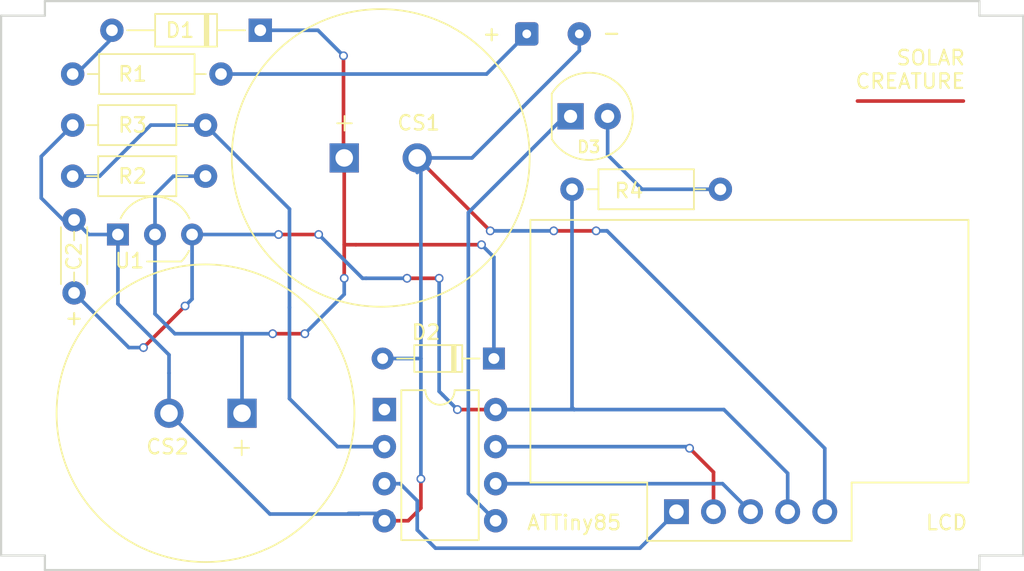
<source format=kicad_pcb>
(kicad_pcb (version 20171130) (host pcbnew "(5.1.9-0-10_14)")

  (general
    (thickness 1.6)
    (drawings 16)
    (tracks 144)
    (zones 0)
    (modules 14)
    (nets 13)
  )

  (page A4)
  (layers
    (0 F.Cu signal)
    (31 B.Cu signal)
    (32 B.Adhes user hide)
    (33 F.Adhes user hide)
    (34 B.Paste user hide)
    (35 F.Paste user hide)
    (36 B.SilkS user hide)
    (37 F.SilkS user)
    (38 B.Mask user hide)
    (39 F.Mask user hide)
    (40 Dwgs.User user hide)
    (41 Cmts.User user hide)
    (42 Eco1.User user hide)
    (43 Eco2.User user hide)
    (44 Edge.Cuts user)
    (45 Margin user hide)
    (46 B.CrtYd user hide)
    (47 F.CrtYd user hide)
    (48 B.Fab user hide)
    (49 F.Fab user hide)
  )

  (setup
    (last_trace_width 0.25)
    (user_trace_width 0.2)
    (user_trace_width 0.4)
    (user_trace_width 1)
    (trace_clearance 0.2)
    (zone_clearance 0.508)
    (zone_45_only no)
    (trace_min 0.2)
    (via_size 0.6)
    (via_drill 0.4)
    (via_min_size 0.4)
    (via_min_drill 0.3)
    (uvia_size 0.3)
    (uvia_drill 0.1)
    (uvias_allowed no)
    (uvia_min_size 0.2)
    (uvia_min_drill 0.1)
    (edge_width 0.15)
    (segment_width 0.2)
    (pcb_text_width 0.3)
    (pcb_text_size 1.5 1.5)
    (mod_edge_width 0.15)
    (mod_text_size 1 1)
    (mod_text_width 0.15)
    (pad_size 2 2)
    (pad_drill 1.2)
    (pad_to_mask_clearance 0.2)
    (aux_axis_origin 0 0)
    (visible_elements FFFFFF7F)
    (pcbplotparams
      (layerselection 0x010f0_ffffffff)
      (usegerberextensions true)
      (usegerberattributes false)
      (usegerberadvancedattributes false)
      (creategerberjobfile false)
      (excludeedgelayer true)
      (linewidth 0.100000)
      (plotframeref false)
      (viasonmask false)
      (mode 1)
      (useauxorigin false)
      (hpglpennumber 1)
      (hpglpenspeed 20)
      (hpglpendiameter 15.000000)
      (psnegative false)
      (psa4output false)
      (plotreference true)
      (plotvalue true)
      (plotinvisibletext false)
      (padsonsilk true)
      (subtractmaskfromsilk false)
      (outputformat 1)
      (mirror false)
      (drillshape 0)
      (scaleselection 1)
      (outputdirectory "../vB1-pcbway/"))
  )

  (net 0 "")
  (net 1 "Net-(C2-Pad2)")
  (net 2 "Net-(C2-Pad1)")
  (net 3 "Net-(CS1-Pad1)")
  (net 4 "Net-(D1-Pad2)")
  (net 5 "Net-(D3-Pad2)")
  (net 6 "Net-(D3-Pad1)")
  (net 7 "Net-(J1-Pad3)")
  (net 8 "Net-(LCD1-Pad3)")
  (net 9 "Net-(LCD1-Pad2)")
  (net 10 "Net-(LCD1-Pad1)")
  (net 11 "Net-(R1-Pad1)")
  (net 12 "Net-(R2-Pad2)")

  (net_class Default "This is the default net class."
    (clearance 0.2)
    (trace_width 0.25)
    (via_dia 0.6)
    (via_drill 0.4)
    (uvia_dia 0.3)
    (uvia_drill 0.1)
    (add_net "Net-(C2-Pad1)")
    (add_net "Net-(C2-Pad2)")
    (add_net "Net-(CS1-Pad1)")
    (add_net "Net-(D1-Pad2)")
    (add_net "Net-(D3-Pad1)")
    (add_net "Net-(D3-Pad2)")
    (add_net "Net-(J1-Pad3)")
    (add_net "Net-(LCD1-Pad1)")
    (add_net "Net-(LCD1-Pad2)")
    (add_net "Net-(LCD1-Pad3)")
    (add_net "Net-(R1-Pad1)")
    (add_net "Net-(R2-Pad2)")
  )

  (module Capacitor_THT:CP_Radial_D20.0mm_P5.00mm (layer F.Cu) (tedit 62F8C83C) (tstamp 62F819F2)
    (at 83.5 83.75)
    (descr "CP, Radial series, Radial, pin pitch=5.00mm, , diameter=10mm, Electrolytic Capacitor")
    (tags "CP Radial series Radial pin pitch 5.00mm  diameter 10mm Electrolytic Capacitor")
    (path /62A6F382)
    (fp_text reference CS1 (at 5.1 -2.4) (layer F.SilkS)
      (effects (font (size 1 1) (thickness 0.15)))
    )
    (fp_text value 1.5F (at 2.5 6.25) (layer F.Fab)
      (effects (font (size 1 1) (thickness 0.15)))
    )
    (fp_line (start 0.020354 -2.875) (end 0.020354 -1.875) (layer F.SilkS) (width 0.12))
    (fp_line (start -0.479646 -2.375) (end 0.520354 -2.375) (layer F.SilkS) (width 0.12))
    (fp_line (start -1.288861 -2.6875) (end -1.288861 -1.6875) (layer F.Fab) (width 0.1))
    (fp_line (start -1.788861 -2.1875) (end -0.788861 -2.1875) (layer F.Fab) (width 0.1))
    (fp_circle (center 2.5 0) (end 12.4 0) (layer F.CrtYd) (width 0.05))
    (fp_circle (center 2.5 0) (end 12.7 0) (layer F.SilkS) (width 0.12))
    (fp_circle (center 2.5 0) (end 7.5 0) (layer F.Fab) (width 0.1))
    (fp_text user %R (at 2.5 0) (layer F.Fab)
      (effects (font (size 1 1) (thickness 0.15)))
    )
    (pad 2 thru_hole circle (at 5 0) (size 2 2) (drill 1.2) (layers *.Cu *.Mask)
      (net 1 "Net-(C2-Pad2)"))
    (pad 1 thru_hole rect (at 0 0) (size 2 2) (drill 1.2) (layers *.Cu *.Mask)
      (net 3 "Net-(CS1-Pad1)"))
    (model ${KISYS3DMOD}/Capacitor_THT.3dshapes/CP_Radial_D10.0mm_P5.00mm.wrl
      (at (xyz 0 0 0))
      (scale (xyz 1 1 1))
      (rotate (xyz 0 0 0))
    )
  )

  (module Capacitor_THT:CP_Radial_D20.0mm_P5.00mm (layer F.Cu) (tedit 62F8C827) (tstamp 62F81A00)
    (at 76.5 101.25 180)
    (descr "CP, Radial series, Radial, pin pitch=5.00mm, , diameter=10mm, Electrolytic Capacitor")
    (tags "CP Radial series Radial pin pitch 5.00mm  diameter 10mm Electrolytic Capacitor")
    (path /62CA1818)
    (fp_text reference CS2 (at 5.1 -2.3) (layer F.SilkS)
      (effects (font (size 1 1) (thickness 0.15)))
    )
    (fp_text value 1.5F (at 2.5 6.25) (layer F.Fab)
      (effects (font (size 1 1) (thickness 0.15)))
    )
    (fp_circle (center 2.5 0) (end 7.5 0) (layer F.Fab) (width 0.1))
    (fp_circle (center 2.5 0) (end 12.7 0) (layer F.SilkS) (width 0.12))
    (fp_circle (center 2.5 0) (end 12.4 0) (layer F.CrtYd) (width 0.05))
    (fp_line (start -1.788861 -2.1875) (end -0.788861 -2.1875) (layer F.Fab) (width 0.1))
    (fp_line (start -1.288861 -2.6875) (end -1.288861 -1.6875) (layer F.Fab) (width 0.1))
    (fp_line (start -0.479646 -2.375) (end 0.520354 -2.375) (layer F.SilkS) (width 0.12))
    (fp_line (start 0.020354 -2.875) (end 0.020354 -1.875) (layer F.SilkS) (width 0.12))
    (fp_text user %R (at 2.5 0) (layer F.Fab)
      (effects (font (size 1 1) (thickness 0.15)))
    )
    (pad 1 thru_hole rect (at 0 0 180) (size 2 2) (drill 1.2) (layers *.Cu *.Mask)
      (net 3 "Net-(CS1-Pad1)"))
    (pad 2 thru_hole circle (at 5 0 180) (size 2 2) (drill 1.2) (layers *.Cu *.Mask)
      (net 1 "Net-(C2-Pad2)"))
    (model ${KISYS3DMOD}/Capacitor_THT.3dshapes/CP_Radial_D10.0mm_P5.00mm.wrl
      (at (xyz 0 0 0))
      (scale (xyz 1 1 1))
      (rotate (xyz 0 0 0))
    )
  )

  (module Capacitor_THT:C_Rect_L7.0mm_W2.0mm_P5.00mm (layer F.Cu) (tedit 62F8C7CC) (tstamp 62F819E4)
    (at 65 93 90)
    (descr "C, Rect series, Radial, pin pitch=5.00mm, , length*width=7*2mm^2, Capacitor")
    (tags "C Rect series Radial pin pitch 5.00mm  length 7mm width 2mm Capacitor")
    (path /62B08E4B)
    (fp_text reference C2 (at 2.5 0 90) (layer F.SilkS)
      (effects (font (size 1 1) (thickness 0.15)))
    )
    (fp_text value 1uF (at 2.5 2.25 90) (layer F.Fab)
      (effects (font (size 1 1) (thickness 0.15)))
    )
    (fp_line (start 0.8 0) (end 1.4 0) (layer F.SilkS) (width 0.12))
    (fp_line (start 3.6 0) (end 4.2 0) (layer F.SilkS) (width 0.12))
    (fp_line (start 0.6 0.9) (end 4.5 0.9) (layer F.SilkS) (width 0.12))
    (fp_line (start 0.6 -0.9) (end 4.5 -0.9) (layer F.SilkS) (width 0.12))
    (fp_line (start 6.25 -1.25) (end -1.25 -1.25) (layer F.CrtYd) (width 0.05))
    (fp_line (start 6.25 1.25) (end 6.25 -1.25) (layer F.CrtYd) (width 0.05))
    (fp_line (start -1.25 1.25) (end 6.25 1.25) (layer F.CrtYd) (width 0.05))
    (fp_line (start -1.25 -1.25) (end -1.25 1.25) (layer F.CrtYd) (width 0.05))
    (fp_line (start 6 -1) (end -1 -1) (layer F.Fab) (width 0.1))
    (fp_line (start 6 1) (end 6 -1) (layer F.Fab) (width 0.1))
    (fp_line (start -1 1) (end 6 1) (layer F.Fab) (width 0.1))
    (fp_line (start -1 -1) (end -1 1) (layer F.Fab) (width 0.1))
    (fp_text user %R (at 2.5 0 90) (layer F.Fab)
      (effects (font (size 1 1) (thickness 0.15)))
    )
    (pad 2 thru_hole circle (at 5 0 90) (size 1.6 1.6) (drill 0.8) (layers *.Cu *.Mask)
      (net 1 "Net-(C2-Pad2)"))
    (pad 1 thru_hole circle (at 0 0 90) (size 1.6 1.6) (drill 0.8) (layers *.Cu *.Mask)
      (net 2 "Net-(C2-Pad1)"))
    (model ${KISYS3DMOD}/Capacitor_THT.3dshapes/C_Rect_L7.0mm_W2.0mm_P5.00mm.wrl
      (at (xyz 0 0 0))
      (scale (xyz 1 1 1))
      (rotate (xyz 0 0 0))
    )
  )

  (module Package_TO_SOT_THT:TO-92_Inline_Wide (layer F.Cu) (tedit 62F8C73B) (tstamp 62F81B00)
    (at 68 89)
    (descr "TO-92 leads in-line, wide, drill 0.75mm (see NXP sot054_po.pdf)")
    (tags "to-92 sc-43 sc-43a sot54 PA33 transistor")
    (path /62AF9A6C)
    (fp_text reference U1 (at 0.8 1.8) (layer F.SilkS)
      (effects (font (size 1 1) (thickness 0.15)))
    )
    (fp_text value MCP1700-3302E (at 2.54 2.79) (layer F.Fab)
      (effects (font (size 1 1) (thickness 0.15)))
    )
    (fp_line (start 6.09 2.01) (end -1.01 2.01) (layer F.CrtYd) (width 0.05))
    (fp_line (start 6.09 2.01) (end 6.09 -2.73) (layer F.CrtYd) (width 0.05))
    (fp_line (start -1.01 -2.73) (end -1.01 2.01) (layer F.CrtYd) (width 0.05))
    (fp_line (start -1.01 -2.73) (end 6.09 -2.73) (layer F.CrtYd) (width 0.05))
    (fp_line (start 0.8 1.75) (end 4.3 1.75) (layer F.Fab) (width 0.1))
    (fp_line (start 2 1.85) (end 4.34 1.85) (layer F.SilkS) (width 0.12))
    (fp_arc (start 2.54 0) (end 4.34 1.85) (angle -20) (layer F.SilkS) (width 0.12))
    (fp_arc (start 2.54 0) (end 2.54 -2.48) (angle -135) (layer F.Fab) (width 0.1))
    (fp_arc (start 2.54 0) (end 2.54 -2.48) (angle 135) (layer F.Fab) (width 0.1))
    (fp_arc (start 2.54 0) (end 2.54 -2.6) (angle 65) (layer F.SilkS) (width 0.12))
    (fp_arc (start 2.54 0) (end 2.54 -2.6) (angle -65) (layer F.SilkS) (width 0.12))
    (fp_text user %R (at 2.54 0) (layer F.Fab)
      (effects (font (size 1 1) (thickness 0.15)))
    )
    (pad 1 thru_hole rect (at 0 0) (size 1.5 1.5) (drill 0.8) (layers *.Cu *.Mask)
      (net 1 "Net-(C2-Pad2)"))
    (pad 3 thru_hole circle (at 5.08 0) (size 1.5 1.5) (drill 0.8) (layers *.Cu *.Mask)
      (net 2 "Net-(C2-Pad1)"))
    (pad 2 thru_hole circle (at 2.54 0) (size 1.5 1.5) (drill 0.8) (layers *.Cu *.Mask)
      (net 3 "Net-(CS1-Pad1)"))
    (model ${KISYS3DMOD}/Package_TO_SOT_THT.3dshapes/TO-92_Inline_Wide.wrl
      (at (xyz 0 0 0))
      (scale (xyz 1 1 1))
      (rotate (xyz 0 0 0))
    )
  )

  (module LED_THT:LED_D5.0mm (layer F.Cu) (tedit 62F8C60B) (tstamp 62F81A50)
    (at 99 80.9)
    (descr "LED, diameter 5.0mm, 2 pins, http://cdn-reichelt.de/documents/datenblatt/A500/LL-504BC2E-009.pdf")
    (tags "LED diameter 5.0mm 2 pins")
    (path /62B14898)
    (fp_text reference D3 (at 1.25 2.1) (layer F.SilkS)
      (effects (font (size 0.8 0.8) (thickness 0.15)))
    )
    (fp_text value LED (at 1.27 3.96) (layer F.Fab)
      (effects (font (size 1 1) (thickness 0.15)))
    )
    (fp_line (start 4.5 -3.25) (end -1.95 -3.25) (layer F.CrtYd) (width 0.05))
    (fp_line (start 4.5 3.25) (end 4.5 -3.25) (layer F.CrtYd) (width 0.05))
    (fp_line (start -1.95 3.25) (end 4.5 3.25) (layer F.CrtYd) (width 0.05))
    (fp_line (start -1.95 -3.25) (end -1.95 3.25) (layer F.CrtYd) (width 0.05))
    (fp_line (start -1.29 -1.545) (end -1.29 1.545) (layer F.SilkS) (width 0.12))
    (fp_line (start -1.23 -1.469694) (end -1.23 1.469694) (layer F.Fab) (width 0.1))
    (fp_circle (center 1.27 0) (end 3.77 0) (layer F.Fab) (width 0.1))
    (fp_text user %R (at 1.25 0) (layer F.Fab)
      (effects (font (size 0.8 0.8) (thickness 0.2)))
    )
    (fp_arc (start 1.27 0) (end -1.29 1.54483) (angle -148.9) (layer F.SilkS) (width 0.12))
    (fp_arc (start 1.27 0) (end -1.29 -1.54483) (angle 148.9) (layer F.SilkS) (width 0.12))
    (fp_arc (start 1.27 0) (end -1.23 -1.469694) (angle 299.1) (layer F.Fab) (width 0.1))
    (pad 2 thru_hole circle (at 2.54 0) (size 1.8 1.8) (drill 0.9) (layers *.Cu *.Mask)
      (net 5 "Net-(D3-Pad2)"))
    (pad 1 thru_hole rect (at 0 0) (size 1.8 1.8) (drill 0.9) (layers *.Cu *.Mask)
      (net 6 "Net-(D3-Pad1)"))
    (model ${KISYS3DMOD}/LED_THT.3dshapes/LED_D5.0mm.wrl
      (at (xyz 0 0 0))
      (scale (xyz 1 1 1))
      (rotate (xyz 0 0 0))
    )
  )

  (module Display_7Segment:LCD_SPI (layer F.Cu) (tedit 62CC4A21) (tstamp 62F81A7F)
    (at 96.25 110 90)
    (descr "Through hole angled pin header, 1x05, 2.54mm pitch, 6mm pin length, single row")
    (tags "Through hole angled pin header THT 1x05 2.54mm single row")
    (path /62A78604)
    (fp_text reference LCD (at 1.25 28.5 180) (layer F.SilkS)
      (effects (font (size 1 1) (thickness 0.15)))
    )
    (fp_text value HT1621 (at 17.385 28.43 90) (layer F.Fab)
      (effects (font (size 1 1) (thickness 0.15)))
    )
    (fp_line (start 0 22) (end 0 8) (layer F.SilkS) (width 0.12))
    (fp_line (start 4 22) (end 0 22) (layer F.SilkS) (width 0.12))
    (fp_line (start 4 30) (end 4 22) (layer F.SilkS) (width 0.12))
    (fp_line (start 22 30) (end 4 30) (layer F.SilkS) (width 0.12))
    (fp_line (start 22 0) (end 22 30) (layer F.SilkS) (width 0.12))
    (fp_line (start 4 0) (end 22 0) (layer F.SilkS) (width 0.12))
    (fp_line (start 4 8) (end 4 0) (layer F.SilkS) (width 0.12))
    (fp_line (start 0 8) (end 4 8) (layer F.SilkS) (width 0.12))
    (fp_line (start 0 30) (end 0 0) (layer F.CrtYd) (width 0.12))
    (fp_line (start 22 30) (end 0 30) (layer F.CrtYd) (width 0.12))
    (fp_line (start 22 0) (end 22 30) (layer F.CrtYd) (width 0.12))
    (fp_line (start 0 0) (end 22 0) (layer F.CrtYd) (width 0.12))
    (fp_text user %R (at 20 14 180) (layer F.Fab)
      (effects (font (size 1 1) (thickness 0.15)))
    )
    (pad 5 thru_hole oval (at 2 20.16 90) (size 1.7 1.7) (drill 1) (layers *.Cu *.Mask)
      (net 1 "Net-(C2-Pad2)"))
    (pad 4 thru_hole oval (at 2 17.62 90) (size 1.7 1.7) (drill 1) (layers *.Cu *.Mask)
      (net 2 "Net-(C2-Pad1)"))
    (pad 3 thru_hole oval (at 2 15.08 90) (size 1.7 1.7) (drill 1) (layers *.Cu *.Mask)
      (net 8 "Net-(LCD1-Pad3)"))
    (pad 2 thru_hole oval (at 2 12.54 90) (size 1.7 1.7) (drill 1) (layers *.Cu *.Mask)
      (net 9 "Net-(LCD1-Pad2)"))
    (pad 1 thru_hole rect (at 2 10 90) (size 1.7 1.7) (drill 1) (layers *.Cu *.Mask)
      (net 10 "Net-(LCD1-Pad1)"))
    (model ${KISYS3DMOD}/Connector_PinHeader_2.54mm.3dshapes/PinHeader_1x05_P2.54mm_Horizontal.wrl
      (at (xyz 0 0 0))
      (scale (xyz 1 1 1))
      (rotate (xyz 0 0 0))
    )
  )

  (module Package_DIP:DIP-8_W7.62mm (layer F.Cu) (tedit 5A02E8C5) (tstamp 62F81B1C)
    (at 86.25 101)
    (descr "8-lead though-hole mounted DIP package, row spacing 7.62 mm (300 mils)")
    (tags "THT DIP DIL PDIP 2.54mm 7.62mm 300mil")
    (path /62A64AD0)
    (fp_text reference U3 (at 3.81 -2.33) (layer Cmts.User)
      (effects (font (size 1 1) (thickness 0.15)))
    )
    (fp_text value ATtiny85 (at 3.81 9.95) (layer F.Fab)
      (effects (font (size 1 1) (thickness 0.15)))
    )
    (fp_line (start 8.7 -1.55) (end -1.1 -1.55) (layer F.CrtYd) (width 0.05))
    (fp_line (start 8.7 9.15) (end 8.7 -1.55) (layer F.CrtYd) (width 0.05))
    (fp_line (start -1.1 9.15) (end 8.7 9.15) (layer F.CrtYd) (width 0.05))
    (fp_line (start -1.1 -1.55) (end -1.1 9.15) (layer F.CrtYd) (width 0.05))
    (fp_line (start 6.46 -1.33) (end 4.81 -1.33) (layer F.SilkS) (width 0.12))
    (fp_line (start 6.46 8.95) (end 6.46 -1.33) (layer F.SilkS) (width 0.12))
    (fp_line (start 1.16 8.95) (end 6.46 8.95) (layer F.SilkS) (width 0.12))
    (fp_line (start 1.16 -1.33) (end 1.16 8.95) (layer F.SilkS) (width 0.12))
    (fp_line (start 2.81 -1.33) (end 1.16 -1.33) (layer F.SilkS) (width 0.12))
    (fp_line (start 0.635 -0.27) (end 1.635 -1.27) (layer F.Fab) (width 0.1))
    (fp_line (start 0.635 8.89) (end 0.635 -0.27) (layer F.Fab) (width 0.1))
    (fp_line (start 6.985 8.89) (end 0.635 8.89) (layer F.Fab) (width 0.1))
    (fp_line (start 6.985 -1.27) (end 6.985 8.89) (layer F.Fab) (width 0.1))
    (fp_line (start 1.635 -1.27) (end 6.985 -1.27) (layer F.Fab) (width 0.1))
    (fp_text user %R (at 3.81 3.81) (layer F.Fab)
      (effects (font (size 1 1) (thickness 0.15)))
    )
    (fp_arc (start 3.81 -1.33) (end 2.81 -1.33) (angle -180) (layer F.SilkS) (width 0.12))
    (pad 8 thru_hole oval (at 7.62 0) (size 1.6 1.6) (drill 0.8) (layers *.Cu *.Mask)
      (net 2 "Net-(C2-Pad1)"))
    (pad 4 thru_hole oval (at 0 7.62) (size 1.6 1.6) (drill 0.8) (layers *.Cu *.Mask)
      (net 1 "Net-(C2-Pad2)"))
    (pad 7 thru_hole oval (at 7.62 2.54) (size 1.6 1.6) (drill 0.8) (layers *.Cu *.Mask)
      (net 9 "Net-(LCD1-Pad2)"))
    (pad 3 thru_hole oval (at 0 5.08) (size 1.6 1.6) (drill 0.8) (layers *.Cu *.Mask)
      (net 10 "Net-(LCD1-Pad1)"))
    (pad 6 thru_hole oval (at 7.62 5.08) (size 1.6 1.6) (drill 0.8) (layers *.Cu *.Mask)
      (net 8 "Net-(LCD1-Pad3)"))
    (pad 2 thru_hole oval (at 0 2.54) (size 1.6 1.6) (drill 0.8) (layers *.Cu *.Mask)
      (net 12 "Net-(R2-Pad2)"))
    (pad 5 thru_hole oval (at 7.62 7.62) (size 1.6 1.6) (drill 0.8) (layers *.Cu *.Mask)
      (net 6 "Net-(D3-Pad1)"))
    (pad 1 thru_hole rect (at 0 0) (size 1.6 1.6) (drill 0.8) (layers *.Cu *.Mask)
      (net 7 "Net-(J1-Pad3)"))
    (model ${KISYS3DMOD}/Package_DIP.3dshapes/DIP-8_W7.62mm.wrl
      (at (xyz 0 0 0))
      (scale (xyz 1 1 1))
      (rotate (xyz 0 0 0))
    )
  )

  (module Resistor_THT:R_Axial_DIN0207_L6.3mm_D2.5mm_P10.16mm_Horizontal (layer F.Cu) (tedit 62F8098A) (tstamp 62F81AC4)
    (at 75 81.5 180)
    (descr "Resistor, Axial_DIN0207 series, Axial, Horizontal, pin pitch=10.16mm, 0.25W = 1/4W, length*diameter=6.3*2.5mm^2, http://cdn-reichelt.de/documents/datenblatt/B400/1_4W%23YAG.pdf")
    (tags "Resistor Axial_DIN0207 series Axial Horizontal pin pitch 10.16mm 0.25W = 1/4W length 6.3mm diameter 2.5mm")
    (path /62B0C047)
    (fp_text reference R3 (at 6 0 180) (layer F.SilkS)
      (effects (font (size 1 1) (thickness 0.15)))
    )
    (fp_text value 100k (at 5.08 2.37 180) (layer F.Fab)
      (effects (font (size 1 1) (thickness 0.15)))
    )
    (fp_line (start 9.12 0) (end 8.35 0) (layer F.SilkS) (width 0.12))
    (fp_line (start 2.23 0) (end 3 0) (layer F.SilkS) (width 0.12))
    (fp_line (start 8.35 -1.37) (end 3 -1.37) (layer F.SilkS) (width 0.12))
    (fp_line (start 8.35 1.37) (end 8.35 -1.37) (layer F.SilkS) (width 0.12))
    (fp_line (start 3 1.37) (end 8.35 1.37) (layer F.SilkS) (width 0.12))
    (fp_line (start 3 -1.37) (end 3 1.37) (layer F.SilkS) (width 0.12))
    (fp_line (start 10.16 0) (end 8.23 0) (layer F.Fab) (width 0.1))
    (fp_line (start 1.5 0) (end 3 0) (layer F.Fab) (width 0.1))
    (fp_line (start 8.23 -1.25) (end 3 -1.25) (layer F.Fab) (width 0.1))
    (fp_line (start 8.23 1.25) (end 8.23 -1.25) (layer F.Fab) (width 0.1))
    (fp_line (start 3 1.25) (end 8.23 1.25) (layer F.Fab) (width 0.1))
    (fp_line (start 3 -1.25) (end 3 1.25) (layer F.Fab) (width 0.1))
    (fp_text user %R (at 5.08 0 180) (layer F.Fab)
      (effects (font (size 1 1) (thickness 0.15)))
    )
    (pad 2 thru_hole oval (at 10.1 0 180) (size 1.6 1.6) (drill 0.8) (layers *.Cu *.Mask)
      (net 1 "Net-(C2-Pad2)"))
    (pad 1 thru_hole circle (at 1 0 180) (size 1.6 1.6) (drill 0.8) (layers *.Cu *.Mask)
      (net 12 "Net-(R2-Pad2)"))
    (model ${KISYS3DMOD}/Resistor_THT.3dshapes/R_Axial_DIN0207_L6.3mm_D2.5mm_P10.16mm_Horizontal.wrl
      (at (xyz 0 0 0))
      (scale (xyz 1 1 1))
      (rotate (xyz 0 0 0))
    )
  )

  (module Resistor_THT:R_Axial_DIN0207_L6.3mm_D2.5mm_P10.16mm_Horizontal (layer F.Cu) (tedit 62F80942) (tstamp 62F81AAD)
    (at 75 85 180)
    (descr "Resistor, Axial_DIN0207 series, Axial, Horizontal, pin pitch=10.16mm, 0.25W = 1/4W, length*diameter=6.3*2.5mm^2, http://cdn-reichelt.de/documents/datenblatt/B400/1_4W%23YAG.pdf")
    (tags "Resistor Axial_DIN0207 series Axial Horizontal pin pitch 10.16mm 0.25W = 1/4W length 6.3mm diameter 2.5mm")
    (path /62B0AC42)
    (fp_text reference R2 (at 6 0 180) (layer F.SilkS)
      (effects (font (size 1 1) (thickness 0.15)))
    )
    (fp_text value 1M (at 5.08 2.37 180) (layer F.Fab)
      (effects (font (size 1 1) (thickness 0.15)))
    )
    (fp_line (start 9.12 0) (end 8.35 0) (layer F.SilkS) (width 0.12))
    (fp_line (start 2.23 0) (end 3 0) (layer F.SilkS) (width 0.12))
    (fp_line (start 8.35 -1.37) (end 3 -1.37) (layer F.SilkS) (width 0.12))
    (fp_line (start 8.35 1.37) (end 8.35 -1.37) (layer F.SilkS) (width 0.12))
    (fp_line (start 3 1.37) (end 8.35 1.37) (layer F.SilkS) (width 0.12))
    (fp_line (start 3 -1.37) (end 3 1.37) (layer F.SilkS) (width 0.12))
    (fp_line (start 10.16 0) (end 8.23 0) (layer F.Fab) (width 0.1))
    (fp_line (start 1 0) (end 2.93 0) (layer F.Fab) (width 0.1))
    (fp_line (start 8.23 -1.25) (end 3 -1.25) (layer F.Fab) (width 0.1))
    (fp_line (start 8.23 1.25) (end 8.23 -1.25) (layer F.Fab) (width 0.1))
    (fp_line (start 3 1.25) (end 8.23 1.25) (layer F.Fab) (width 0.1))
    (fp_line (start 3 -1.25) (end 3 1.25) (layer F.Fab) (width 0.1))
    (fp_text user %R (at 5.08 0 180) (layer F.Fab)
      (effects (font (size 1 1) (thickness 0.15)))
    )
    (pad 2 thru_hole oval (at 10.1 0 180) (size 1.6 1.6) (drill 0.8) (layers *.Cu *.Mask)
      (net 12 "Net-(R2-Pad2)"))
    (pad 1 thru_hole circle (at 1 0 180) (size 1.6 1.6) (drill 0.8) (layers *.Cu *.Mask)
      (net 3 "Net-(CS1-Pad1)"))
    (model ${KISYS3DMOD}/Resistor_THT.3dshapes/R_Axial_DIN0207_L6.3mm_D2.5mm_P10.16mm_Horizontal.wrl
      (at (xyz 0 0 0))
      (scale (xyz 1 1 1))
      (rotate (xyz 0 0 0))
    )
  )

  (module Connector_Wire:SolderWire-0.1sqmm_1x02_P3.6mm_D0.4mm_OD1mm (layer F.Cu) (tedit 5EB70B42) (tstamp 62F81AEC)
    (at 96 75.25)
    (descr "Soldered wire connection, for 2 times 0.1 mm² wires, basic insulation, conductor diameter 0.4mm, outer diameter 1mm, size source Multi-Contact FLEXI-E 0.1 (https://ec.staubli.com/AcroFiles/Catalogues/TM_Cab-Main-11014119_(en)_hi.pdf), bend radius 3 times outer diameter, generated with kicad-footprint-generator")
    (tags "connector wire 0.1sqmm")
    (path /62A667FF)
    (attr virtual)
    (fp_text reference SC1 (at 1.8 -2) (layer Cmts.User)
      (effects (font (size 1 1) (thickness 0.15)))
    )
    (fp_text value Solar_Cell (at 1.8 2) (layer F.Fab)
      (effects (font (size 1 1) (thickness 0.15)))
    )
    (fp_line (start 4.9 -1.3) (end 2.3 -1.3) (layer F.CrtYd) (width 0.05))
    (fp_line (start 4.9 1.3) (end 4.9 -1.3) (layer F.CrtYd) (width 0.05))
    (fp_line (start 2.3 1.3) (end 4.9 1.3) (layer F.CrtYd) (width 0.05))
    (fp_line (start 2.3 -1.3) (end 2.3 1.3) (layer F.CrtYd) (width 0.05))
    (fp_line (start 1.3 -1.3) (end -1.3 -1.3) (layer F.CrtYd) (width 0.05))
    (fp_line (start 1.3 1.3) (end 1.3 -1.3) (layer F.CrtYd) (width 0.05))
    (fp_line (start -1.3 1.3) (end 1.3 1.3) (layer F.CrtYd) (width 0.05))
    (fp_line (start -1.3 -1.3) (end -1.3 1.3) (layer F.CrtYd) (width 0.05))
    (fp_circle (center 3.6 0) (end 4.1 0) (layer F.Fab) (width 0.1))
    (fp_circle (center 0 0) (end 0.5 0) (layer F.Fab) (width 0.1))
    (fp_text user %R (at 1.8 0 90) (layer F.Fab)
      (effects (font (size 0.65 0.65) (thickness 0.1)))
    )
    (pad 2 thru_hole circle (at 3.6 0) (size 1.6 1.6) (drill 0.6) (layers *.Cu *.Mask)
      (net 1 "Net-(C2-Pad2)"))
    (pad 1 thru_hole roundrect (at 0 0) (size 1.6 1.6) (drill 0.6) (layers *.Cu *.Mask) (roundrect_rratio 0.15625)
      (net 11 "Net-(R1-Pad1)"))
    (model ${KISYS3DMOD}/Connector_Wire.3dshapes/SolderWire-0.1sqmm_1x02_P3.6mm_D0.4mm_OD1mm.wrl
      (at (xyz 0 0 0))
      (scale (xyz 1 1 1))
      (rotate (xyz 0 0 0))
    )
  )

  (module Resistor_THT:R_Axial_DIN0207_L6.3mm_D2.5mm_P10.16mm_Horizontal (layer F.Cu) (tedit 5AE5139B) (tstamp 62F81ADB)
    (at 99.1 85.9)
    (descr "Resistor, Axial_DIN0207 series, Axial, Horizontal, pin pitch=10.16mm, 0.25W = 1/4W, length*diameter=6.3*2.5mm^2, http://cdn-reichelt.de/documents/datenblatt/B400/1_4W%23YAG.pdf")
    (tags "Resistor Axial_DIN0207 series Axial Horizontal pin pitch 10.16mm 0.25W = 1/4W length 6.3mm diameter 2.5mm")
    (path /62B13E26)
    (fp_text reference R4 (at 3.9 0.1) (layer F.SilkS)
      (effects (font (size 1 1) (thickness 0.15)))
    )
    (fp_text value 330 (at 5.08 2.37) (layer F.Fab)
      (effects (font (size 1 1) (thickness 0.15)))
    )
    (fp_line (start 11.21 -1.5) (end -1.05 -1.5) (layer F.CrtYd) (width 0.05))
    (fp_line (start 11.21 1.5) (end 11.21 -1.5) (layer F.CrtYd) (width 0.05))
    (fp_line (start -1.05 1.5) (end 11.21 1.5) (layer F.CrtYd) (width 0.05))
    (fp_line (start -1.05 -1.5) (end -1.05 1.5) (layer F.CrtYd) (width 0.05))
    (fp_line (start 9.12 0) (end 8.35 0) (layer F.SilkS) (width 0.12))
    (fp_line (start 1.04 0) (end 1.81 0) (layer F.SilkS) (width 0.12))
    (fp_line (start 8.35 -1.37) (end 1.81 -1.37) (layer F.SilkS) (width 0.12))
    (fp_line (start 8.35 1.37) (end 8.35 -1.37) (layer F.SilkS) (width 0.12))
    (fp_line (start 1.81 1.37) (end 8.35 1.37) (layer F.SilkS) (width 0.12))
    (fp_line (start 1.81 -1.37) (end 1.81 1.37) (layer F.SilkS) (width 0.12))
    (fp_line (start 10.16 0) (end 8.23 0) (layer F.Fab) (width 0.1))
    (fp_line (start 0 0) (end 1.93 0) (layer F.Fab) (width 0.1))
    (fp_line (start 8.23 -1.25) (end 1.93 -1.25) (layer F.Fab) (width 0.1))
    (fp_line (start 8.23 1.25) (end 8.23 -1.25) (layer F.Fab) (width 0.1))
    (fp_line (start 1.93 1.25) (end 8.23 1.25) (layer F.Fab) (width 0.1))
    (fp_line (start 1.93 -1.25) (end 1.93 1.25) (layer F.Fab) (width 0.1))
    (fp_text user %R (at 5.08 0) (layer F.Fab)
      (effects (font (size 1 1) (thickness 0.15)))
    )
    (pad 2 thru_hole oval (at 10.16 0) (size 1.6 1.6) (drill 0.8) (layers *.Cu *.Mask)
      (net 5 "Net-(D3-Pad2)"))
    (pad 1 thru_hole circle (at 0 0) (size 1.6 1.6) (drill 0.8) (layers *.Cu *.Mask)
      (net 2 "Net-(C2-Pad1)"))
    (model ${KISYS3DMOD}/Resistor_THT.3dshapes/R_Axial_DIN0207_L6.3mm_D2.5mm_P10.16mm_Horizontal.wrl
      (at (xyz 0 0 0))
      (scale (xyz 1 1 1))
      (rotate (xyz 0 0 0))
    )
  )

  (module Resistor_THT:R_Axial_DIN0207_L6.3mm_D2.5mm_P10.16mm_Horizontal (layer F.Cu) (tedit 5AE5139B) (tstamp 62F81A96)
    (at 75.06 78 180)
    (descr "Resistor, Axial_DIN0207 series, Axial, Horizontal, pin pitch=10.16mm, 0.25W = 1/4W, length*diameter=6.3*2.5mm^2, http://cdn-reichelt.de/documents/datenblatt/B400/1_4W%23YAG.pdf")
    (tags "Resistor Axial_DIN0207 series Axial Horizontal pin pitch 10.16mm 0.25W = 1/4W length 6.3mm diameter 2.5mm")
    (path /62C59C10)
    (fp_text reference R1 (at 6.06 0) (layer F.SilkS)
      (effects (font (size 1 1) (thickness 0.15)))
    )
    (fp_text value 59 (at 5.08 2.37) (layer F.Fab)
      (effects (font (size 1 1) (thickness 0.15)))
    )
    (fp_line (start 11.21 -1.5) (end -1.05 -1.5) (layer F.CrtYd) (width 0.05))
    (fp_line (start 11.21 1.5) (end 11.21 -1.5) (layer F.CrtYd) (width 0.05))
    (fp_line (start -1.05 1.5) (end 11.21 1.5) (layer F.CrtYd) (width 0.05))
    (fp_line (start -1.05 -1.5) (end -1.05 1.5) (layer F.CrtYd) (width 0.05))
    (fp_line (start 9.12 0) (end 8.35 0) (layer F.SilkS) (width 0.12))
    (fp_line (start 1.04 0) (end 1.81 0) (layer F.SilkS) (width 0.12))
    (fp_line (start 8.35 -1.37) (end 1.81 -1.37) (layer F.SilkS) (width 0.12))
    (fp_line (start 8.35 1.37) (end 8.35 -1.37) (layer F.SilkS) (width 0.12))
    (fp_line (start 1.81 1.37) (end 8.35 1.37) (layer F.SilkS) (width 0.12))
    (fp_line (start 1.81 -1.37) (end 1.81 1.37) (layer F.SilkS) (width 0.12))
    (fp_line (start 10.16 0) (end 8.23 0) (layer F.Fab) (width 0.1))
    (fp_line (start 0 0) (end 1.93 0) (layer F.Fab) (width 0.1))
    (fp_line (start 8.23 -1.25) (end 1.93 -1.25) (layer F.Fab) (width 0.1))
    (fp_line (start 8.23 1.25) (end 8.23 -1.25) (layer F.Fab) (width 0.1))
    (fp_line (start 1.93 1.25) (end 8.23 1.25) (layer F.Fab) (width 0.1))
    (fp_line (start 1.93 -1.25) (end 1.93 1.25) (layer F.Fab) (width 0.1))
    (fp_text user %R (at 5.08 0) (layer F.Fab)
      (effects (font (size 1 1) (thickness 0.15)))
    )
    (pad 2 thru_hole oval (at 10.16 0 180) (size 1.6 1.6) (drill 0.8) (layers *.Cu *.Mask)
      (net 4 "Net-(D1-Pad2)"))
    (pad 1 thru_hole circle (at 0 0 180) (size 1.6 1.6) (drill 0.8) (layers *.Cu *.Mask)
      (net 11 "Net-(R1-Pad1)"))
    (model ${KISYS3DMOD}/Resistor_THT.3dshapes/R_Axial_DIN0207_L6.3mm_D2.5mm_P10.16mm_Horizontal.wrl
      (at (xyz 0 0 0))
      (scale (xyz 1 1 1))
      (rotate (xyz 0 0 0))
    )
  )

  (module Diode_THT:D_DO-34_SOD68_P7.62mm_Horizontal (layer F.Cu) (tedit 5AE50CD5) (tstamp 62F81A3E)
    (at 93.75 97.5 180)
    (descr "Diode, DO-34_SOD68 series, Axial, Horizontal, pin pitch=7.62mm, , length*diameter=3.04*1.6mm^2, , https://www.nxp.com/docs/en/data-sheet/KTY83_SER.pdf")
    (tags "Diode DO-34_SOD68 series Axial Horizontal pin pitch 7.62mm  length 3.04mm diameter 1.6mm")
    (path /62A6BF92)
    (fp_text reference D2 (at 4.65 1.8) (layer F.SilkS)
      (effects (font (size 1 1) (thickness 0.15)))
    )
    (fp_text value Zener (at 3.81 1.92) (layer F.Fab)
      (effects (font (size 1 1) (thickness 0.15)))
    )
    (fp_line (start 8.63 -1.05) (end -1 -1.05) (layer F.CrtYd) (width 0.05))
    (fp_line (start 8.63 1.05) (end 8.63 -1.05) (layer F.CrtYd) (width 0.05))
    (fp_line (start -1 1.05) (end 8.63 1.05) (layer F.CrtYd) (width 0.05))
    (fp_line (start -1 -1.05) (end -1 1.05) (layer F.CrtYd) (width 0.05))
    (fp_line (start 2.626 -0.92) (end 2.626 0.92) (layer F.SilkS) (width 0.12))
    (fp_line (start 2.866 -0.92) (end 2.866 0.92) (layer F.SilkS) (width 0.12))
    (fp_line (start 2.746 -0.92) (end 2.746 0.92) (layer F.SilkS) (width 0.12))
    (fp_line (start 6.63 0) (end 5.45 0) (layer F.SilkS) (width 0.12))
    (fp_line (start 0.99 0) (end 2.17 0) (layer F.SilkS) (width 0.12))
    (fp_line (start 5.45 -0.92) (end 2.17 -0.92) (layer F.SilkS) (width 0.12))
    (fp_line (start 5.45 0.92) (end 5.45 -0.92) (layer F.SilkS) (width 0.12))
    (fp_line (start 2.17 0.92) (end 5.45 0.92) (layer F.SilkS) (width 0.12))
    (fp_line (start 2.17 -0.92) (end 2.17 0.92) (layer F.SilkS) (width 0.12))
    (fp_line (start 2.646 -0.8) (end 2.646 0.8) (layer F.Fab) (width 0.1))
    (fp_line (start 2.846 -0.8) (end 2.846 0.8) (layer F.Fab) (width 0.1))
    (fp_line (start 2.746 -0.8) (end 2.746 0.8) (layer F.Fab) (width 0.1))
    (fp_line (start 7.62 0) (end 5.33 0) (layer F.Fab) (width 0.1))
    (fp_line (start 0 0) (end 2.29 0) (layer F.Fab) (width 0.1))
    (fp_line (start 5.33 -0.8) (end 2.29 -0.8) (layer F.Fab) (width 0.1))
    (fp_line (start 5.33 0.8) (end 5.33 -0.8) (layer F.Fab) (width 0.1))
    (fp_line (start 2.29 0.8) (end 5.33 0.8) (layer F.Fab) (width 0.1))
    (fp_line (start 2.29 -0.8) (end 2.29 0.8) (layer F.Fab) (width 0.1))
    (fp_text user ATTiny85 (at -5.5 -11.25) (layer F.SilkS)
      (effects (font (size 1 1) (thickness 0.15)))
    )
    (fp_text user K (at 0 -1.75) (layer F.Fab)
      (effects (font (size 1 1) (thickness 0.15)))
    )
    (fp_text user %R (at 4.038 0) (layer F.Fab)
      (effects (font (size 0.608 0.608) (thickness 0.0912)))
    )
    (pad 2 thru_hole oval (at 7.62 0 180) (size 1.5 1.5) (drill 0.75) (layers *.Cu *.Mask)
      (net 1 "Net-(C2-Pad2)"))
    (pad 1 thru_hole rect (at 0 0 180) (size 1.5 1.5) (drill 0.75) (layers *.Cu *.Mask)
      (net 3 "Net-(CS1-Pad1)"))
    (model ${KISYS3DMOD}/Diode_THT.3dshapes/D_DO-34_SOD68_P7.62mm_Horizontal.wrl
      (at (xyz 0 0 0))
      (scale (xyz 1 1 1))
      (rotate (xyz 0 0 0))
    )
  )

  (module Diode_THT:D_DO-35_SOD27_P10.16mm_Horizontal (layer F.Cu) (tedit 5AE50CD5) (tstamp 62F81A1F)
    (at 77.75 75 180)
    (descr "Diode, DO-35_SOD27 series, Axial, Horizontal, pin pitch=10.16mm, , length*diameter=4*2mm^2, , http://www.diodes.com/_files/packages/DO-35.pdf")
    (tags "Diode DO-35_SOD27 series Axial Horizontal pin pitch 10.16mm  length 4mm diameter 2mm")
    (path /62A696C5)
    (fp_text reference D1 (at 5.5 0) (layer F.SilkS)
      (effects (font (size 1 1) (thickness 0.15)))
    )
    (fp_text value 1N60 (at 5.08 2.12) (layer F.Fab)
      (effects (font (size 1 1) (thickness 0.15)))
    )
    (fp_line (start 11.21 -1.25) (end -1.05 -1.25) (layer F.CrtYd) (width 0.05))
    (fp_line (start 11.21 1.25) (end 11.21 -1.25) (layer F.CrtYd) (width 0.05))
    (fp_line (start -1.05 1.25) (end 11.21 1.25) (layer F.CrtYd) (width 0.05))
    (fp_line (start -1.05 -1.25) (end -1.05 1.25) (layer F.CrtYd) (width 0.05))
    (fp_line (start 3.56 -1.12) (end 3.56 1.12) (layer F.SilkS) (width 0.12))
    (fp_line (start 3.8 -1.12) (end 3.8 1.12) (layer F.SilkS) (width 0.12))
    (fp_line (start 3.68 -1.12) (end 3.68 1.12) (layer F.SilkS) (width 0.12))
    (fp_line (start 9.12 0) (end 7.2 0) (layer F.SilkS) (width 0.12))
    (fp_line (start 1.04 0) (end 2.96 0) (layer F.SilkS) (width 0.12))
    (fp_line (start 7.2 -1.12) (end 2.96 -1.12) (layer F.SilkS) (width 0.12))
    (fp_line (start 7.2 1.12) (end 7.2 -1.12) (layer F.SilkS) (width 0.12))
    (fp_line (start 2.96 1.12) (end 7.2 1.12) (layer F.SilkS) (width 0.12))
    (fp_line (start 2.96 -1.12) (end 2.96 1.12) (layer F.SilkS) (width 0.12))
    (fp_line (start 3.58 -1) (end 3.58 1) (layer F.Fab) (width 0.1))
    (fp_line (start 3.78 -1) (end 3.78 1) (layer F.Fab) (width 0.1))
    (fp_line (start 3.68 -1) (end 3.68 1) (layer F.Fab) (width 0.1))
    (fp_line (start 10.16 0) (end 7.08 0) (layer F.Fab) (width 0.1))
    (fp_line (start 0 0) (end 3.08 0) (layer F.Fab) (width 0.1))
    (fp_line (start 7.08 -1) (end 3.08 -1) (layer F.Fab) (width 0.1))
    (fp_line (start 7.08 1) (end 7.08 -1) (layer F.Fab) (width 0.1))
    (fp_line (start 3.08 1) (end 7.08 1) (layer F.Fab) (width 0.1))
    (fp_line (start 3.08 -1) (end 3.08 1) (layer F.Fab) (width 0.1))
    (fp_text user K (at 0 -1.8) (layer Cmts.User)
      (effects (font (size 1 1) (thickness 0.15)))
    )
    (fp_text user K (at 0 -1.8) (layer F.Fab)
      (effects (font (size 1 1) (thickness 0.15)))
    )
    (fp_text user %R (at 5.38 0) (layer F.Fab)
      (effects (font (size 0.8 0.8) (thickness 0.12)))
    )
    (pad 2 thru_hole oval (at 10.16 0 180) (size 1.6 1.6) (drill 0.8) (layers *.Cu *.Mask)
      (net 4 "Net-(D1-Pad2)"))
    (pad 1 thru_hole rect (at 0 0 180) (size 1.6 1.6) (drill 0.8) (layers *.Cu *.Mask)
      (net 3 "Net-(CS1-Pad1)"))
    (model ${KISYS3DMOD}/Diode_THT.3dshapes/D_DO-35_SOD27_P10.16mm_Horizontal.wrl
      (at (xyz 0 0 0))
      (scale (xyz 1 1 1))
      (rotate (xyz 0 0 0))
    )
  )

  (gr_text + (at 65 94.7) (layer F.SilkS) (tstamp 62F8CA4C)
    (effects (font (size 1 1) (thickness 0.15)))
  )
  (gr_line (start 63 74) (end 63 73) (layer Edge.Cuts) (width 0.15))
  (gr_line (start 60 74) (end 63 74) (layer Edge.Cuts) (width 0.15))
  (gr_line (start 63 111) (end 63 112) (layer Edge.Cuts) (width 0.15))
  (gr_line (start 60 111) (end 63 111) (layer Edge.Cuts) (width 0.15))
  (gr_line (start 127 111) (end 130 111) (layer Edge.Cuts) (width 0.15))
  (gr_line (start 127 112) (end 127 111) (layer Edge.Cuts) (width 0.15))
  (gr_line (start 127 74) (end 130 74) (layer Edge.Cuts) (width 0.15))
  (gr_line (start 127 73) (end 127 74) (layer Edge.Cuts) (width 0.15))
  (gr_line (start 60 74) (end 60 111) (layer Edge.Cuts) (width 0.15))
  (gr_line (start 127 73) (end 63 73) (layer Edge.Cuts) (width 0.15))
  (gr_line (start 130 111) (end 130 74) (layer Edge.Cuts) (width 0.15))
  (gr_line (start 63 112) (end 127 112) (layer Edge.Cuts) (width 0.15))
  (gr_text - (at 101.81 75.17) (layer F.SilkS) (tstamp 62D39AFA)
    (effects (font (size 1 1) (thickness 0.15)))
  )
  (gr_text + (at 93.6 75.23) (layer F.SilkS) (tstamp 62D39AF7)
    (effects (font (size 1 1) (thickness 0.15)))
  )
  (gr_text "SOLAR\nCREATURE" (at 126.1 77.69) (layer F.SilkS)
    (effects (font (size 1 1) (thickness 0.15)) (justify right))
  )

  (segment (start 118.65 79.85) (end 125.9 79.85) (width 0.25) (layer F.Cu) (net 0))
  (segment (start 88.75 105.75) (end 88.75 105.75) (width 0.25) (layer B.Cu) (net 1) (tstamp 62F834D3))
  (via (at 88.75 105.75) (size 0.6) (drill 0.4) (layers F.Cu B.Cu) (net 1))
  (segment (start 88.75 105.75) (end 88.75 107.75) (width 0.25) (layer F.Cu) (net 1))
  (segment (start 87.88 108.62) (end 86.25 108.62) (width 0.25) (layer F.Cu) (net 1))
  (segment (start 88.75 107.75) (end 87.88 108.62) (width 0.25) (layer F.Cu) (net 1))
  (segment (start 86.13 97.5) (end 88.75 97.5) (width 0.25) (layer B.Cu) (net 1))
  (segment (start 88.75 97.5) (end 88.75 105.75) (width 0.25) (layer B.Cu) (net 1))
  (segment (start 86.75 108.12) (end 83.79 108.12) (width 0.25) (layer B.Cu) (net 1))
  (segment (start 100.75 88.75) (end 100.75 88.75) (width 0.25) (layer F.Cu) (net 1) (tstamp 62F8355B))
  (via (at 100.75 88.75) (size 0.6) (drill 0.4) (layers F.Cu B.Cu) (net 1))
  (segment (start 100.75 88.75) (end 101.5 88.75) (width 0.25) (layer B.Cu) (net 1))
  (segment (start 116.41 103.66) (end 116.41 108) (width 0.25) (layer B.Cu) (net 1))
  (segment (start 101.5 88.75) (end 116.41 103.66) (width 0.25) (layer B.Cu) (net 1))
  (segment (start 99.6 75.25) (end 99.6 76.4) (width 0.25) (layer B.Cu) (net 1))
  (segment (start 92.25 83.75) (end 88.5 83.75) (width 0.25) (layer B.Cu) (net 1))
  (segment (start 99.6 76.4) (end 92.25 83.75) (width 0.25) (layer B.Cu) (net 1))
  (segment (start 88.5 83.75) (end 93.5 88.75) (width 0.25) (layer F.Cu) (net 1))
  (segment (start 65 88) (end 66 89) (width 0.25) (layer B.Cu) (net 1))
  (segment (start 66 89) (end 68 89) (width 0.25) (layer B.Cu) (net 1))
  (segment (start 84.5 108.16) (end 84.54 108.12) (width 0.25) (layer B.Cu) (net 1))
  (segment (start 78.41 108.16) (end 84.5 108.16) (width 0.25) (layer B.Cu) (net 1))
  (segment (start 71.5 101.25) (end 78.41 108.16) (width 0.25) (layer B.Cu) (net 1))
  (segment (start 71.5 101.25) (end 71.5 98.5) (width 0.25) (layer B.Cu) (net 1))
  (segment (start 71.5 98.5) (end 71.5 97.25) (width 0.25) (layer B.Cu) (net 1))
  (segment (start 68 93.75) (end 68 89) (width 0.25) (layer B.Cu) (net 1))
  (segment (start 71.5 97.25) (end 68 93.75) (width 0.25) (layer B.Cu) (net 1))
  (segment (start 89.25 84.5) (end 88.75 84) (width 0.25) (layer B.Cu) (net 1))
  (segment (start 88.5 83.75) (end 88.5 84.75) (width 0.25) (layer B.Cu) (net 1))
  (segment (start 88.75 84) (end 88.5 83.75) (width 0.25) (layer B.Cu) (net 1))
  (segment (start 88.75 97.5) (end 88.75 84) (width 0.25) (layer B.Cu) (net 1))
  (segment (start 64.9 81.5) (end 62.75 83.65) (width 0.25) (layer B.Cu) (net 1))
  (segment (start 62.75 83.65) (end 62.75 86.5) (width 0.25) (layer B.Cu) (net 1))
  (segment (start 64.25 88) (end 65 88) (width 0.25) (layer B.Cu) (net 1))
  (segment (start 62.75 86.5) (end 64.25 88) (width 0.25) (layer B.Cu) (net 1))
  (segment (start 100.75 88.75) (end 97.85 88.75) (width 0.25) (layer F.Cu) (net 1))
  (segment (start 97.85 88.75) (end 97.85 88.75) (width 0.25) (layer F.Cu) (net 1) (tstamp 62F8CCB0))
  (via (at 97.85 88.75) (size 0.6) (drill 0.4) (layers F.Cu B.Cu) (net 1))
  (segment (start 93.5 88.75) (end 93.5 88.75) (width 0.25) (layer F.Cu) (net 1) (tstamp 62F8CCB2))
  (via (at 93.5 88.75) (size 0.6) (drill 0.4) (layers F.Cu B.Cu) (net 1))
  (segment (start 93.5 88.75) (end 97.85 88.75) (width 0.25) (layer B.Cu) (net 1))
  (segment (start 113.87 105.37) (end 113.87 108) (width 0.25) (layer B.Cu) (net 2))
  (segment (start 109.5 101) (end 113.87 105.37) (width 0.25) (layer B.Cu) (net 2))
  (segment (start 99.1 100.85) (end 99.25 101) (width 0.25) (layer B.Cu) (net 2))
  (segment (start 99.1 85.9) (end 99.1 100.85) (width 0.25) (layer B.Cu) (net 2))
  (segment (start 99.25 101) (end 109.5 101) (width 0.25) (layer B.Cu) (net 2))
  (segment (start 93.87 101) (end 99.25 101) (width 0.25) (layer B.Cu) (net 2))
  (segment (start 93.87 101) (end 91.5 101) (width 0.25) (layer F.Cu) (net 2))
  (segment (start 91.5 101) (end 91.25 101) (width 0.25) (layer F.Cu) (net 2))
  (segment (start 91.25 101) (end 91.25 101) (width 0.25) (layer F.Cu) (net 2) (tstamp 62F8C59B))
  (via (at 91.25 101) (size 0.6) (drill 0.4) (layers F.Cu B.Cu) (net 2))
  (segment (start 91.25 101) (end 90.25 100) (width 0.25) (layer B.Cu) (net 2))
  (segment (start 90.25 100) (end 90 99.75) (width 0.25) (layer B.Cu) (net 2))
  (segment (start 90 99.75) (end 90 92) (width 0.25) (layer B.Cu) (net 2))
  (segment (start 73.08 89) (end 79 89) (width 0.25) (layer B.Cu) (net 2))
  (segment (start 79 89) (end 79 89) (width 0.25) (layer B.Cu) (net 2) (tstamp 62F8C5F1))
  (via (at 79 89) (size 0.6) (drill 0.4) (layers F.Cu B.Cu) (net 2))
  (segment (start 79 89) (end 81.75 89) (width 0.25) (layer F.Cu) (net 2))
  (segment (start 81.75 89) (end 81.75 89) (width 0.25) (layer F.Cu) (net 2) (tstamp 62F8C5F9))
  (via (at 81.75 89) (size 0.6) (drill 0.4) (layers F.Cu B.Cu) (net 2))
  (segment (start 90 92) (end 90 92) (width 0.25) (layer B.Cu) (net 2) (tstamp 62F8C5FB))
  (via (at 90 92) (size 0.6) (drill 0.4) (layers F.Cu B.Cu) (net 2))
  (segment (start 73.08 89) (end 73.08 93.42) (width 0.25) (layer B.Cu) (net 2))
  (segment (start 71 95.5) (end 69.75 96.75) (width 0.25) (layer F.Cu) (net 2))
  (segment (start 69.75 96.75) (end 69.75 96.75) (width 0.25) (layer F.Cu) (net 2) (tstamp 62F8C6BF))
  (via (at 69.75 96.75) (size 0.6) (drill 0.4) (layers F.Cu B.Cu) (net 2))
  (segment (start 68.75 96.75) (end 69.75 96.75) (width 0.25) (layer B.Cu) (net 2))
  (segment (start 65 93) (end 68.75 96.75) (width 0.25) (layer B.Cu) (net 2))
  (segment (start 81.75 89) (end 84.75 92) (width 0.25) (layer B.Cu) (net 2))
  (segment (start 84.75 92) (end 85 92) (width 0.25) (layer B.Cu) (net 2))
  (segment (start 90 92) (end 87.8 92) (width 0.25) (layer F.Cu) (net 2))
  (segment (start 87.8 92) (end 87.7 92) (width 0.25) (layer F.Cu) (net 2) (tstamp 62F8CC7A))
  (via (at 87.8 92) (size 0.6) (drill 0.4) (layers F.Cu B.Cu) (net 2))
  (segment (start 85 92) (end 87.8 92) (width 0.25) (layer B.Cu) (net 2))
  (segment (start 73.08 93.42) (end 72.6 93.9) (width 0.25) (layer B.Cu) (net 2))
  (segment (start 72.6 93.9) (end 72.6 93.9) (width 0.25) (layer B.Cu) (net 2) (tstamp 62F8CCEF))
  (via (at 72.6 93.9) (size 0.6) (drill 0.4) (layers F.Cu B.Cu) (net 2))
  (segment (start 72.6 93.9) (end 71 95.5) (width 0.25) (layer F.Cu) (net 2))
  (segment (start 70.54 89.79) (end 70.54 89) (width 0.25) (layer F.Cu) (net 3))
  (segment (start 93.75 97.5) (end 93.75 90.55) (width 0.25) (layer B.Cu) (net 3))
  (segment (start 93.75 90.55) (end 92.9 89.7) (width 0.25) (layer B.Cu) (net 3))
  (segment (start 92.9 89.7) (end 92.9 89.7) (width 0.25) (layer B.Cu) (net 3) (tstamp 62F8CC1B))
  (via (at 92.9 89.7) (size 0.6) (drill 0.4) (layers F.Cu B.Cu) (net 3))
  (segment (start 84.3 89.7) (end 92.9 89.7) (width 0.25) (layer F.Cu) (net 3))
  (segment (start 83.5 89.7) (end 84.3 89.7) (width 0.25) (layer F.Cu) (net 3))
  (segment (start 83.5 83.75) (end 83.5 89.7) (width 0.25) (layer F.Cu) (net 3))
  (segment (start 83.5 89.7) (end 83.5 92) (width 0.25) (layer F.Cu) (net 3))
  (segment (start 83.5 92) (end 83.5 92) (width 0.25) (layer F.Cu) (net 3) (tstamp 62F8CCC0))
  (via (at 83.5 92) (size 0.6) (drill 0.4) (layers F.Cu B.Cu) (net 3))
  (segment (start 83.5 92) (end 83.5 93.1) (width 0.25) (layer B.Cu) (net 3))
  (segment (start 83.5 93.1) (end 80.8 95.8) (width 0.25) (layer B.Cu) (net 3))
  (segment (start 80.8 95.8) (end 80.8 95.8) (width 0.25) (layer B.Cu) (net 3) (tstamp 62F8CCC8))
  (via (at 80.8 95.8) (size 0.6) (drill 0.4) (layers F.Cu B.Cu) (net 3))
  (segment (start 70.54 89) (end 70.54 94.44) (width 0.25) (layer B.Cu) (net 3))
  (segment (start 70.54 94.44) (end 71.9 95.8) (width 0.25) (layer B.Cu) (net 3))
  (segment (start 80.8 95.8) (end 78.6 95.8) (width 0.25) (layer F.Cu) (net 3))
  (segment (start 78.6 95.8) (end 78.6 95.8) (width 0.25) (layer F.Cu) (net 3) (tstamp 62F8CD17))
  (via (at 78.6 95.8) (size 0.6) (drill 0.4) (layers F.Cu B.Cu) (net 3))
  (segment (start 76.5 101.25) (end 76.5 95.8) (width 0.25) (layer B.Cu) (net 3))
  (segment (start 76.5 95.8) (end 71.9 95.8) (width 0.25) (layer B.Cu) (net 3))
  (segment (start 78.6 95.8) (end 76.5 95.8) (width 0.25) (layer B.Cu) (net 3))
  (segment (start 77.75 75) (end 81.7 75) (width 0.25) (layer B.Cu) (net 3))
  (segment (start 81.7 75) (end 83.45 76.75) (width 0.25) (layer B.Cu) (net 3))
  (segment (start 83.45 76.75) (end 83.5 76.8) (width 0.25) (layer B.Cu) (net 3) (tstamp 62F8CD1F))
  (via (at 83.45 76.75) (size 0.6) (drill 0.4) (layers F.Cu B.Cu) (net 3))
  (segment (start 83.45 83.7) (end 83.5 83.75) (width 0.25) (layer F.Cu) (net 3))
  (segment (start 83.45 76.75) (end 83.45 83.7) (width 0.25) (layer F.Cu) (net 3))
  (segment (start 70.54 89) (end 70.54 86.26) (width 0.25) (layer B.Cu) (net 3))
  (segment (start 71.8 85) (end 74 85) (width 0.25) (layer B.Cu) (net 3))
  (segment (start 70.54 86.26) (end 71.8 85) (width 0.25) (layer B.Cu) (net 3))
  (segment (start 67.59 75.56) (end 67.59 75) (width 0.25) (layer B.Cu) (net 4))
  (segment (start 65.15 78) (end 67.59 75.56) (width 0.25) (layer B.Cu) (net 4))
  (segment (start 103.9 85.9) (end 109.26 85.9) (width 0.25) (layer B.Cu) (net 5))
  (segment (start 101.54 83.54) (end 103.9 85.9) (width 0.25) (layer B.Cu) (net 5))
  (segment (start 101.54 80.9) (end 101.54 83.54) (width 0.25) (layer B.Cu) (net 5))
  (segment (start 98.6 80.9) (end 99.5 80.9) (width 0.25) (layer B.Cu) (net 6))
  (segment (start 92 87.5) (end 98.6 80.9) (width 0.25) (layer B.Cu) (net 6))
  (segment (start 92 106.75) (end 92 87.5) (width 0.25) (layer B.Cu) (net 6))
  (segment (start 93.87 108.62) (end 92 106.75) (width 0.25) (layer B.Cu) (net 6))
  (segment (start 85.83 101) (end 86.25 101) (width 0.25) (layer B.Cu) (net 7))
  (segment (start 109.41 106.08) (end 111.33 108) (width 0.25) (layer B.Cu) (net 8))
  (segment (start 93.87 106.08) (end 109.41 106.08) (width 0.25) (layer B.Cu) (net 8))
  (segment (start 108.79 105.29) (end 108.79 108) (width 0.25) (layer F.Cu) (net 9))
  (segment (start 107.04 103.54) (end 107.15 103.65) (width 0.25) (layer F.Cu) (net 9))
  (segment (start 107.15 103.65) (end 108.79 105.29) (width 0.25) (layer F.Cu) (net 9) (tstamp 62F8CCB7))
  (via (at 107.15 103.65) (size 0.6) (drill 0.4) (layers F.Cu B.Cu) (net 9))
  (segment (start 107.04 103.54) (end 107.15 103.65) (width 0.25) (layer B.Cu) (net 9))
  (segment (start 93.87 103.54) (end 107.04 103.54) (width 0.25) (layer B.Cu) (net 9))
  (segment (start 103.75 110.5) (end 106.25 108) (width 0.25) (layer B.Cu) (net 10))
  (segment (start 89.75 110.5) (end 103.75 110.5) (width 0.25) (layer B.Cu) (net 10))
  (segment (start 88.5 109.25) (end 89.75 110.5) (width 0.25) (layer B.Cu) (net 10))
  (segment (start 86.25 106.08) (end 87.33 106.08) (width 0.25) (layer B.Cu) (net 10))
  (segment (start 88.5 107.25) (end 88.5 109.25) (width 0.25) (layer B.Cu) (net 10))
  (segment (start 87.33 106.08) (end 88.5 107.25) (width 0.25) (layer B.Cu) (net 10))
  (segment (start 93.25 78) (end 96 75.25) (width 0.25) (layer B.Cu) (net 11))
  (segment (start 75.06 78) (end 93.25 78) (width 0.25) (layer B.Cu) (net 11))
  (segment (start 79.75 94) (end 79.75 94) (width 0.25) (layer B.Cu) (net 12) (tstamp 62F8C5BE))
  (segment (start 79.75 87.25) (end 74 81.5) (width 0.25) (layer B.Cu) (net 12))
  (segment (start 79.75 100.25) (end 79.75 87.25) (width 0.25) (layer B.Cu) (net 12))
  (segment (start 83.04 103.54) (end 79.75 100.25) (width 0.25) (layer B.Cu) (net 12))
  (segment (start 86.25 103.54) (end 83.04 103.54) (width 0.25) (layer B.Cu) (net 12))
  (segment (start 64.9 85) (end 66.75 85) (width 0.25) (layer B.Cu) (net 12))
  (segment (start 70.25 81.5) (end 74 81.5) (width 0.25) (layer B.Cu) (net 12))
  (segment (start 66.75 85) (end 70.25 81.5) (width 0.25) (layer B.Cu) (net 12))

)

</source>
